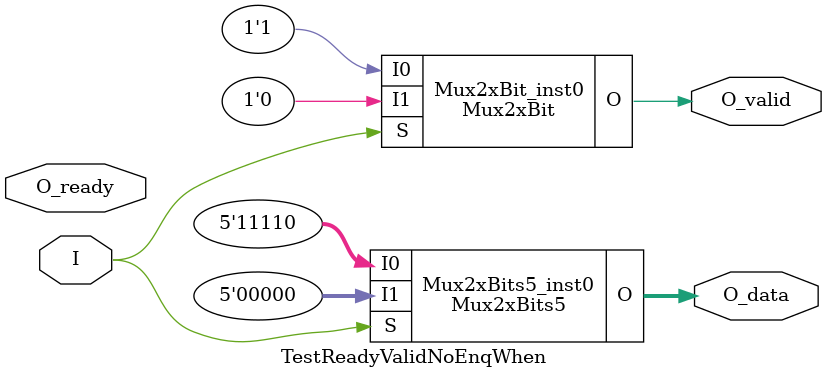
<source format=v>
module Mux2xBits5 (
    input [4:0] I0,
    input [4:0] I1,
    input S,
    output [4:0] O
);
reg [4:0] mux_out;
always @(*) begin
if (S == 0) begin
    mux_out = I0;
end else begin
    mux_out = I1;
end
end

assign O = mux_out;
endmodule

module Mux2xBit (
    input I0,
    input I1,
    input S,
    output O
);
reg [0:0] mux_out;
always @(*) begin
if (S == 0) begin
    mux_out = I0;
end else begin
    mux_out = I1;
end
end

assign O = mux_out[0];
endmodule

module TestReadyValidNoEnqWhen (
    input I,
    output [4:0] O_data,
    input O_ready,
    output O_valid
);
Mux2xBit Mux2xBit_inst0 (
    .I0(1'b1),
    .I1(1'b0),
    .S(I),
    .O(O_valid)
);
Mux2xBits5 Mux2xBits5_inst0 (
    .I0(5'h1e),
    .I1(5'h00),
    .S(I),
    .O(O_data)
);
endmodule


</source>
